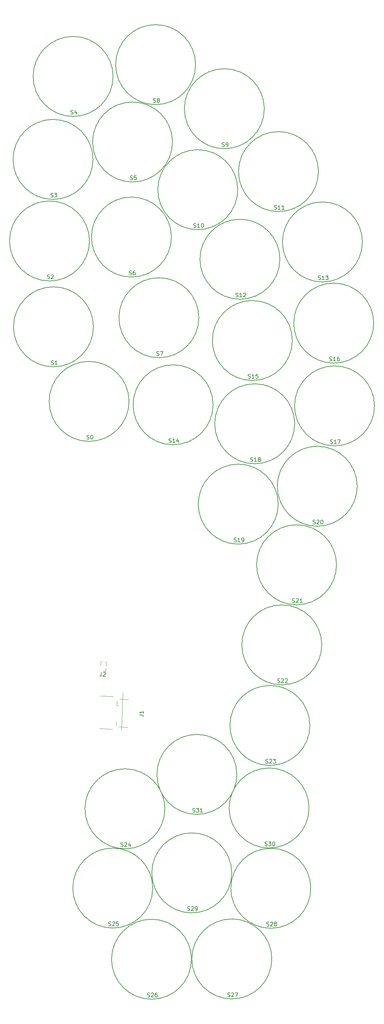
<source format=gto>
G04 #@! TF.GenerationSoftware,KiCad,Pcbnew,(5.0.0)*
G04 #@! TF.CreationDate,2020-01-29T13:42:56+01:00*
G04 #@! TF.ProjectId,Insole_PCB,496E736F6C655F5043422E6B69636164,rev?*
G04 #@! TF.SameCoordinates,Original*
G04 #@! TF.FileFunction,Legend,Top*
G04 #@! TF.FilePolarity,Positive*
%FSLAX46Y46*%
G04 Gerber Fmt 4.6, Leading zero omitted, Abs format (unit mm)*
G04 Created by KiCad (PCBNEW (5.0.0)) date 01/29/20 13:42:56*
%MOMM*%
%LPD*%
G01*
G04 APERTURE LIST*
%ADD10C,0.120000*%
%ADD11C,0.010000*%
%ADD12C,0.200000*%
%ADD13C,0.150000*%
G04 APERTURE END LIST*
D10*
G04 #@! TO.C,J2*
X187504977Y-193592519D02*
X186811670Y-193544038D01*
X187552760Y-192909188D02*
X187504977Y-193592519D01*
X186300442Y-192134944D02*
X186213929Y-192128895D01*
X187600543Y-192225856D02*
X187514030Y-192219807D01*
X186213929Y-192128895D02*
X186274966Y-191256026D01*
X187600543Y-192225856D02*
X187661580Y-191352988D01*
X186574741Y-191276989D02*
X186274966Y-191256026D01*
X187661580Y-191352988D02*
X187361805Y-191332026D01*
D11*
G04 #@! TO.C,J1*
X191037937Y-200592742D02*
X193186628Y-200667776D01*
X190747161Y-207486794D02*
X192945821Y-207563573D01*
X191420560Y-208260767D02*
X191746871Y-198916462D01*
D10*
X186213577Y-199773875D02*
X189441609Y-199886601D01*
X190328814Y-201128320D02*
X190291123Y-202207662D01*
X190144672Y-206114932D02*
X190106980Y-207194274D01*
X185927401Y-207968880D02*
X189155433Y-208081606D01*
X190291123Y-202207662D02*
X190720861Y-202222669D01*
D12*
G04 #@! TO.C,S0*
X193346453Y-126120707D02*
G75*
G03X193346453Y-126120707I-10002000J0D01*
G01*
G04 #@! TO.C,S1*
X184431453Y-107470707D02*
G75*
G03X184431453Y-107470707I-10002000J0D01*
G01*
G04 #@! TO.C,S2*
X183446453Y-85995707D02*
G75*
G03X183446453Y-85995707I-10002000J0D01*
G01*
G04 #@! TO.C,S3*
X184321453Y-65595707D02*
G75*
G03X184321453Y-65595707I-10002000J0D01*
G01*
G04 #@! TO.C,S4*
X189346453Y-44845707D02*
G75*
G03X189346453Y-44845707I-10002000J0D01*
G01*
G04 #@! TO.C,S5*
X204221453Y-61245707D02*
G75*
G03X204221453Y-61245707I-10002000J0D01*
G01*
G04 #@! TO.C,S6*
X203946453Y-85020707D02*
G75*
G03X203946453Y-85020707I-10002000J0D01*
G01*
G04 #@! TO.C,S7*
X210821453Y-105195707D02*
G75*
G03X210821453Y-105195707I-10002000J0D01*
G01*
G04 #@! TO.C,S8*
X209996453Y-41895707D02*
G75*
G03X209996453Y-41895707I-10002000J0D01*
G01*
G04 #@! TO.C,S9*
X227196453Y-52920707D02*
G75*
G03X227196453Y-52920707I-10002000J0D01*
G01*
G04 #@! TO.C,S10*
X220546453Y-73170707D02*
G75*
G03X220546453Y-73170707I-10002000J0D01*
G01*
G04 #@! TO.C,S11*
X240746453Y-68645707D02*
G75*
G03X240746453Y-68645707I-10002000J0D01*
G01*
G04 #@! TO.C,S12*
X231096453Y-90570707D02*
G75*
G03X231096453Y-90570707I-10002000J0D01*
G01*
G04 #@! TO.C,S13*
X251746453Y-86245707D02*
G75*
G03X251746453Y-86245707I-10002000J0D01*
G01*
G04 #@! TO.C,S14*
X214371453Y-126970707D02*
G75*
G03X214371453Y-126970707I-10002000J0D01*
G01*
G04 #@! TO.C,S15*
X234196453Y-110895707D02*
G75*
G03X234196453Y-110895707I-10002000J0D01*
G01*
G04 #@! TO.C,S16*
X254571453Y-106545707D02*
G75*
G03X254571453Y-106545707I-10002000J0D01*
G01*
G04 #@! TO.C,S17*
X254771453Y-127245707D02*
G75*
G03X254771453Y-127245707I-10002000J0D01*
G01*
G04 #@! TO.C,S18*
X234796453Y-131720707D02*
G75*
G03X234796453Y-131720707I-10002000J0D01*
G01*
G04 #@! TO.C,S19*
X230671453Y-151820707D02*
G75*
G03X230671453Y-151820707I-10002000J0D01*
G01*
G04 #@! TO.C,S20*
X250446453Y-147345707D02*
G75*
G03X250446453Y-147345707I-10002000J0D01*
G01*
G04 #@! TO.C,S21*
X245271453Y-166995707D02*
G75*
G03X245271453Y-166995707I-10002000J0D01*
G01*
G04 #@! TO.C,S22*
X241571453Y-187020707D02*
G75*
G03X241571453Y-187020707I-10002000J0D01*
G01*
G04 #@! TO.C,S23*
X238596453Y-207170707D02*
G75*
G03X238596453Y-207170707I-10002000J0D01*
G01*
G04 #@! TO.C,S24*
X202321453Y-228020707D02*
G75*
G03X202321453Y-228020707I-10002000J0D01*
G01*
G04 #@! TO.C,S25*
X199271453Y-247845707D02*
G75*
G03X199271453Y-247845707I-10002000J0D01*
G01*
G04 #@! TO.C,S26*
X208971453Y-265645707D02*
G75*
G03X208971453Y-265645707I-10002000J0D01*
G01*
G04 #@! TO.C,S27*
X229071453Y-265570707D02*
G75*
G03X229071453Y-265570707I-10002000J0D01*
G01*
G04 #@! TO.C,S28*
X238821453Y-247895707D02*
G75*
G03X238821453Y-247895707I-10002000J0D01*
G01*
G04 #@! TO.C,S29*
X219046453Y-244045707D02*
G75*
G03X219046453Y-244045707I-10002000J0D01*
G01*
G04 #@! TO.C,S30*
X238396453Y-227820707D02*
G75*
G03X238396453Y-227820707I-10002000J0D01*
G01*
G04 #@! TO.C,S31*
X220321453Y-219420707D02*
G75*
G03X220321453Y-219420707I-10002000J0D01*
G01*
G04 #@! TO.C,J2*
D13*
X186456311Y-193847369D02*
X186406485Y-194559915D01*
X186349017Y-194699102D01*
X186247367Y-194787465D01*
X186101536Y-194825003D01*
X186006530Y-194818359D01*
X186877195Y-193972271D02*
X186928020Y-193928090D01*
X187026348Y-193887230D01*
X187263863Y-193903839D01*
X187355547Y-193957985D01*
X187399729Y-194008810D01*
X187440588Y-194107138D01*
X187433945Y-194202144D01*
X187376476Y-194341331D01*
X186766579Y-194871507D01*
X187384119Y-194914690D01*
G04 #@! TO.C,J1*
X195905234Y-204548351D02*
X196619084Y-204573279D01*
X196760193Y-204625855D01*
X196852049Y-204724359D01*
X196894653Y-204868791D01*
X196891330Y-204963971D01*
X196939524Y-203583860D02*
X196919582Y-204154940D01*
X196929553Y-203869400D02*
X195930162Y-203834501D01*
X196069608Y-203934666D01*
X196161465Y-204033170D01*
X196205731Y-204130012D01*
G04 #@! TO.C,S0*
X182782548Y-135525468D02*
X182925405Y-135573087D01*
X183163500Y-135573087D01*
X183258738Y-135525468D01*
X183306357Y-135477849D01*
X183353976Y-135382611D01*
X183353976Y-135287373D01*
X183306357Y-135192135D01*
X183258738Y-135144516D01*
X183163500Y-135096897D01*
X182973024Y-135049278D01*
X182877786Y-135001659D01*
X182830167Y-134954040D01*
X182782548Y-134858802D01*
X182782548Y-134763564D01*
X182830167Y-134668326D01*
X182877786Y-134620707D01*
X182973024Y-134573087D01*
X183211119Y-134573087D01*
X183353976Y-134620707D01*
X183973024Y-134573087D02*
X184068262Y-134573087D01*
X184163500Y-134620707D01*
X184211119Y-134668326D01*
X184258738Y-134763564D01*
X184306357Y-134954040D01*
X184306357Y-135192135D01*
X184258738Y-135382611D01*
X184211119Y-135477849D01*
X184163500Y-135525468D01*
X184068262Y-135573087D01*
X183973024Y-135573087D01*
X183877786Y-135525468D01*
X183830167Y-135477849D01*
X183782548Y-135382611D01*
X183734929Y-135192135D01*
X183734929Y-134954040D01*
X183782548Y-134763564D01*
X183830167Y-134668326D01*
X183877786Y-134620707D01*
X183973024Y-134573087D01*
G04 #@! TO.C,S1*
X173867548Y-116875468D02*
X174010405Y-116923087D01*
X174248500Y-116923087D01*
X174343738Y-116875468D01*
X174391357Y-116827849D01*
X174438976Y-116732611D01*
X174438976Y-116637373D01*
X174391357Y-116542135D01*
X174343738Y-116494516D01*
X174248500Y-116446897D01*
X174058024Y-116399278D01*
X173962786Y-116351659D01*
X173915167Y-116304040D01*
X173867548Y-116208802D01*
X173867548Y-116113564D01*
X173915167Y-116018326D01*
X173962786Y-115970707D01*
X174058024Y-115923087D01*
X174296119Y-115923087D01*
X174438976Y-115970707D01*
X175391357Y-116923087D02*
X174819929Y-116923087D01*
X175105643Y-116923087D02*
X175105643Y-115923087D01*
X175010405Y-116065945D01*
X174915167Y-116161183D01*
X174819929Y-116208802D01*
G04 #@! TO.C,S2*
X172882548Y-95400468D02*
X173025405Y-95448087D01*
X173263500Y-95448087D01*
X173358738Y-95400468D01*
X173406357Y-95352849D01*
X173453976Y-95257611D01*
X173453976Y-95162373D01*
X173406357Y-95067135D01*
X173358738Y-95019516D01*
X173263500Y-94971897D01*
X173073024Y-94924278D01*
X172977786Y-94876659D01*
X172930167Y-94829040D01*
X172882548Y-94733802D01*
X172882548Y-94638564D01*
X172930167Y-94543326D01*
X172977786Y-94495707D01*
X173073024Y-94448087D01*
X173311119Y-94448087D01*
X173453976Y-94495707D01*
X173834929Y-94543326D02*
X173882548Y-94495707D01*
X173977786Y-94448087D01*
X174215881Y-94448087D01*
X174311119Y-94495707D01*
X174358738Y-94543326D01*
X174406357Y-94638564D01*
X174406357Y-94733802D01*
X174358738Y-94876659D01*
X173787310Y-95448087D01*
X174406357Y-95448087D01*
G04 #@! TO.C,S3*
X173757548Y-75000468D02*
X173900405Y-75048087D01*
X174138500Y-75048087D01*
X174233738Y-75000468D01*
X174281357Y-74952849D01*
X174328976Y-74857611D01*
X174328976Y-74762373D01*
X174281357Y-74667135D01*
X174233738Y-74619516D01*
X174138500Y-74571897D01*
X173948024Y-74524278D01*
X173852786Y-74476659D01*
X173805167Y-74429040D01*
X173757548Y-74333802D01*
X173757548Y-74238564D01*
X173805167Y-74143326D01*
X173852786Y-74095707D01*
X173948024Y-74048087D01*
X174186119Y-74048087D01*
X174328976Y-74095707D01*
X174662310Y-74048087D02*
X175281357Y-74048087D01*
X174948024Y-74429040D01*
X175090881Y-74429040D01*
X175186119Y-74476659D01*
X175233738Y-74524278D01*
X175281357Y-74619516D01*
X175281357Y-74857611D01*
X175233738Y-74952849D01*
X175186119Y-75000468D01*
X175090881Y-75048087D01*
X174805167Y-75048087D01*
X174709929Y-75000468D01*
X174662310Y-74952849D01*
G04 #@! TO.C,S4*
X178782548Y-54250468D02*
X178925405Y-54298087D01*
X179163500Y-54298087D01*
X179258738Y-54250468D01*
X179306357Y-54202849D01*
X179353976Y-54107611D01*
X179353976Y-54012373D01*
X179306357Y-53917135D01*
X179258738Y-53869516D01*
X179163500Y-53821897D01*
X178973024Y-53774278D01*
X178877786Y-53726659D01*
X178830167Y-53679040D01*
X178782548Y-53583802D01*
X178782548Y-53488564D01*
X178830167Y-53393326D01*
X178877786Y-53345707D01*
X178973024Y-53298087D01*
X179211119Y-53298087D01*
X179353976Y-53345707D01*
X180211119Y-53631421D02*
X180211119Y-54298087D01*
X179973024Y-53250468D02*
X179734929Y-53964754D01*
X180353976Y-53964754D01*
G04 #@! TO.C,S5*
X193657548Y-70650468D02*
X193800405Y-70698087D01*
X194038500Y-70698087D01*
X194133738Y-70650468D01*
X194181357Y-70602849D01*
X194228976Y-70507611D01*
X194228976Y-70412373D01*
X194181357Y-70317135D01*
X194133738Y-70269516D01*
X194038500Y-70221897D01*
X193848024Y-70174278D01*
X193752786Y-70126659D01*
X193705167Y-70079040D01*
X193657548Y-69983802D01*
X193657548Y-69888564D01*
X193705167Y-69793326D01*
X193752786Y-69745707D01*
X193848024Y-69698087D01*
X194086119Y-69698087D01*
X194228976Y-69745707D01*
X195133738Y-69698087D02*
X194657548Y-69698087D01*
X194609929Y-70174278D01*
X194657548Y-70126659D01*
X194752786Y-70079040D01*
X194990881Y-70079040D01*
X195086119Y-70126659D01*
X195133738Y-70174278D01*
X195181357Y-70269516D01*
X195181357Y-70507611D01*
X195133738Y-70602849D01*
X195086119Y-70650468D01*
X194990881Y-70698087D01*
X194752786Y-70698087D01*
X194657548Y-70650468D01*
X194609929Y-70602849D01*
G04 #@! TO.C,S6*
X193382548Y-94425468D02*
X193525405Y-94473087D01*
X193763500Y-94473087D01*
X193858738Y-94425468D01*
X193906357Y-94377849D01*
X193953976Y-94282611D01*
X193953976Y-94187373D01*
X193906357Y-94092135D01*
X193858738Y-94044516D01*
X193763500Y-93996897D01*
X193573024Y-93949278D01*
X193477786Y-93901659D01*
X193430167Y-93854040D01*
X193382548Y-93758802D01*
X193382548Y-93663564D01*
X193430167Y-93568326D01*
X193477786Y-93520707D01*
X193573024Y-93473087D01*
X193811119Y-93473087D01*
X193953976Y-93520707D01*
X194811119Y-93473087D02*
X194620643Y-93473087D01*
X194525405Y-93520707D01*
X194477786Y-93568326D01*
X194382548Y-93711183D01*
X194334929Y-93901659D01*
X194334929Y-94282611D01*
X194382548Y-94377849D01*
X194430167Y-94425468D01*
X194525405Y-94473087D01*
X194715881Y-94473087D01*
X194811119Y-94425468D01*
X194858738Y-94377849D01*
X194906357Y-94282611D01*
X194906357Y-94044516D01*
X194858738Y-93949278D01*
X194811119Y-93901659D01*
X194715881Y-93854040D01*
X194525405Y-93854040D01*
X194430167Y-93901659D01*
X194382548Y-93949278D01*
X194334929Y-94044516D01*
G04 #@! TO.C,S7*
X200257548Y-114600468D02*
X200400405Y-114648087D01*
X200638500Y-114648087D01*
X200733738Y-114600468D01*
X200781357Y-114552849D01*
X200828976Y-114457611D01*
X200828976Y-114362373D01*
X200781357Y-114267135D01*
X200733738Y-114219516D01*
X200638500Y-114171897D01*
X200448024Y-114124278D01*
X200352786Y-114076659D01*
X200305167Y-114029040D01*
X200257548Y-113933802D01*
X200257548Y-113838564D01*
X200305167Y-113743326D01*
X200352786Y-113695707D01*
X200448024Y-113648087D01*
X200686119Y-113648087D01*
X200828976Y-113695707D01*
X201162310Y-113648087D02*
X201828976Y-113648087D01*
X201400405Y-114648087D01*
G04 #@! TO.C,S8*
X199432548Y-51300468D02*
X199575405Y-51348087D01*
X199813500Y-51348087D01*
X199908738Y-51300468D01*
X199956357Y-51252849D01*
X200003976Y-51157611D01*
X200003976Y-51062373D01*
X199956357Y-50967135D01*
X199908738Y-50919516D01*
X199813500Y-50871897D01*
X199623024Y-50824278D01*
X199527786Y-50776659D01*
X199480167Y-50729040D01*
X199432548Y-50633802D01*
X199432548Y-50538564D01*
X199480167Y-50443326D01*
X199527786Y-50395707D01*
X199623024Y-50348087D01*
X199861119Y-50348087D01*
X200003976Y-50395707D01*
X200575405Y-50776659D02*
X200480167Y-50729040D01*
X200432548Y-50681421D01*
X200384929Y-50586183D01*
X200384929Y-50538564D01*
X200432548Y-50443326D01*
X200480167Y-50395707D01*
X200575405Y-50348087D01*
X200765881Y-50348087D01*
X200861119Y-50395707D01*
X200908738Y-50443326D01*
X200956357Y-50538564D01*
X200956357Y-50586183D01*
X200908738Y-50681421D01*
X200861119Y-50729040D01*
X200765881Y-50776659D01*
X200575405Y-50776659D01*
X200480167Y-50824278D01*
X200432548Y-50871897D01*
X200384929Y-50967135D01*
X200384929Y-51157611D01*
X200432548Y-51252849D01*
X200480167Y-51300468D01*
X200575405Y-51348087D01*
X200765881Y-51348087D01*
X200861119Y-51300468D01*
X200908738Y-51252849D01*
X200956357Y-51157611D01*
X200956357Y-50967135D01*
X200908738Y-50871897D01*
X200861119Y-50824278D01*
X200765881Y-50776659D01*
G04 #@! TO.C,S9*
X216632548Y-62325468D02*
X216775405Y-62373087D01*
X217013500Y-62373087D01*
X217108738Y-62325468D01*
X217156357Y-62277849D01*
X217203976Y-62182611D01*
X217203976Y-62087373D01*
X217156357Y-61992135D01*
X217108738Y-61944516D01*
X217013500Y-61896897D01*
X216823024Y-61849278D01*
X216727786Y-61801659D01*
X216680167Y-61754040D01*
X216632548Y-61658802D01*
X216632548Y-61563564D01*
X216680167Y-61468326D01*
X216727786Y-61420707D01*
X216823024Y-61373087D01*
X217061119Y-61373087D01*
X217203976Y-61420707D01*
X217680167Y-62373087D02*
X217870643Y-62373087D01*
X217965881Y-62325468D01*
X218013500Y-62277849D01*
X218108738Y-62134992D01*
X218156357Y-61944516D01*
X218156357Y-61563564D01*
X218108738Y-61468326D01*
X218061119Y-61420707D01*
X217965881Y-61373087D01*
X217775405Y-61373087D01*
X217680167Y-61420707D01*
X217632548Y-61468326D01*
X217584929Y-61563564D01*
X217584929Y-61801659D01*
X217632548Y-61896897D01*
X217680167Y-61944516D01*
X217775405Y-61992135D01*
X217965881Y-61992135D01*
X218061119Y-61944516D01*
X218108738Y-61896897D01*
X218156357Y-61801659D01*
G04 #@! TO.C,S10*
X209506357Y-82575468D02*
X209649214Y-82623087D01*
X209887310Y-82623087D01*
X209982548Y-82575468D01*
X210030167Y-82527849D01*
X210077786Y-82432611D01*
X210077786Y-82337373D01*
X210030167Y-82242135D01*
X209982548Y-82194516D01*
X209887310Y-82146897D01*
X209696833Y-82099278D01*
X209601595Y-82051659D01*
X209553976Y-82004040D01*
X209506357Y-81908802D01*
X209506357Y-81813564D01*
X209553976Y-81718326D01*
X209601595Y-81670707D01*
X209696833Y-81623087D01*
X209934929Y-81623087D01*
X210077786Y-81670707D01*
X211030167Y-82623087D02*
X210458738Y-82623087D01*
X210744453Y-82623087D02*
X210744453Y-81623087D01*
X210649214Y-81765945D01*
X210553976Y-81861183D01*
X210458738Y-81908802D01*
X211649214Y-81623087D02*
X211744453Y-81623087D01*
X211839691Y-81670707D01*
X211887310Y-81718326D01*
X211934929Y-81813564D01*
X211982548Y-82004040D01*
X211982548Y-82242135D01*
X211934929Y-82432611D01*
X211887310Y-82527849D01*
X211839691Y-82575468D01*
X211744453Y-82623087D01*
X211649214Y-82623087D01*
X211553976Y-82575468D01*
X211506357Y-82527849D01*
X211458738Y-82432611D01*
X211411119Y-82242135D01*
X211411119Y-82004040D01*
X211458738Y-81813564D01*
X211506357Y-81718326D01*
X211553976Y-81670707D01*
X211649214Y-81623087D01*
G04 #@! TO.C,S11*
X229706357Y-78050468D02*
X229849214Y-78098087D01*
X230087310Y-78098087D01*
X230182548Y-78050468D01*
X230230167Y-78002849D01*
X230277786Y-77907611D01*
X230277786Y-77812373D01*
X230230167Y-77717135D01*
X230182548Y-77669516D01*
X230087310Y-77621897D01*
X229896833Y-77574278D01*
X229801595Y-77526659D01*
X229753976Y-77479040D01*
X229706357Y-77383802D01*
X229706357Y-77288564D01*
X229753976Y-77193326D01*
X229801595Y-77145707D01*
X229896833Y-77098087D01*
X230134929Y-77098087D01*
X230277786Y-77145707D01*
X231230167Y-78098087D02*
X230658738Y-78098087D01*
X230944453Y-78098087D02*
X230944453Y-77098087D01*
X230849214Y-77240945D01*
X230753976Y-77336183D01*
X230658738Y-77383802D01*
X232182548Y-78098087D02*
X231611119Y-78098087D01*
X231896833Y-78098087D02*
X231896833Y-77098087D01*
X231801595Y-77240945D01*
X231706357Y-77336183D01*
X231611119Y-77383802D01*
G04 #@! TO.C,S12*
X220056357Y-99975468D02*
X220199214Y-100023087D01*
X220437310Y-100023087D01*
X220532548Y-99975468D01*
X220580167Y-99927849D01*
X220627786Y-99832611D01*
X220627786Y-99737373D01*
X220580167Y-99642135D01*
X220532548Y-99594516D01*
X220437310Y-99546897D01*
X220246833Y-99499278D01*
X220151595Y-99451659D01*
X220103976Y-99404040D01*
X220056357Y-99308802D01*
X220056357Y-99213564D01*
X220103976Y-99118326D01*
X220151595Y-99070707D01*
X220246833Y-99023087D01*
X220484929Y-99023087D01*
X220627786Y-99070707D01*
X221580167Y-100023087D02*
X221008738Y-100023087D01*
X221294453Y-100023087D02*
X221294453Y-99023087D01*
X221199214Y-99165945D01*
X221103976Y-99261183D01*
X221008738Y-99308802D01*
X221961119Y-99118326D02*
X222008738Y-99070707D01*
X222103976Y-99023087D01*
X222342072Y-99023087D01*
X222437310Y-99070707D01*
X222484929Y-99118326D01*
X222532548Y-99213564D01*
X222532548Y-99308802D01*
X222484929Y-99451659D01*
X221913500Y-100023087D01*
X222532548Y-100023087D01*
G04 #@! TO.C,S13*
X240706357Y-95650468D02*
X240849214Y-95698087D01*
X241087310Y-95698087D01*
X241182548Y-95650468D01*
X241230167Y-95602849D01*
X241277786Y-95507611D01*
X241277786Y-95412373D01*
X241230167Y-95317135D01*
X241182548Y-95269516D01*
X241087310Y-95221897D01*
X240896833Y-95174278D01*
X240801595Y-95126659D01*
X240753976Y-95079040D01*
X240706357Y-94983802D01*
X240706357Y-94888564D01*
X240753976Y-94793326D01*
X240801595Y-94745707D01*
X240896833Y-94698087D01*
X241134929Y-94698087D01*
X241277786Y-94745707D01*
X242230167Y-95698087D02*
X241658738Y-95698087D01*
X241944453Y-95698087D02*
X241944453Y-94698087D01*
X241849214Y-94840945D01*
X241753976Y-94936183D01*
X241658738Y-94983802D01*
X242563500Y-94698087D02*
X243182548Y-94698087D01*
X242849214Y-95079040D01*
X242992072Y-95079040D01*
X243087310Y-95126659D01*
X243134929Y-95174278D01*
X243182548Y-95269516D01*
X243182548Y-95507611D01*
X243134929Y-95602849D01*
X243087310Y-95650468D01*
X242992072Y-95698087D01*
X242706357Y-95698087D01*
X242611119Y-95650468D01*
X242563500Y-95602849D01*
G04 #@! TO.C,S14*
X203331357Y-136375468D02*
X203474214Y-136423087D01*
X203712310Y-136423087D01*
X203807548Y-136375468D01*
X203855167Y-136327849D01*
X203902786Y-136232611D01*
X203902786Y-136137373D01*
X203855167Y-136042135D01*
X203807548Y-135994516D01*
X203712310Y-135946897D01*
X203521833Y-135899278D01*
X203426595Y-135851659D01*
X203378976Y-135804040D01*
X203331357Y-135708802D01*
X203331357Y-135613564D01*
X203378976Y-135518326D01*
X203426595Y-135470707D01*
X203521833Y-135423087D01*
X203759929Y-135423087D01*
X203902786Y-135470707D01*
X204855167Y-136423087D02*
X204283738Y-136423087D01*
X204569453Y-136423087D02*
X204569453Y-135423087D01*
X204474214Y-135565945D01*
X204378976Y-135661183D01*
X204283738Y-135708802D01*
X205712310Y-135756421D02*
X205712310Y-136423087D01*
X205474214Y-135375468D02*
X205236119Y-136089754D01*
X205855167Y-136089754D01*
G04 #@! TO.C,S15*
X223156357Y-120300468D02*
X223299214Y-120348087D01*
X223537310Y-120348087D01*
X223632548Y-120300468D01*
X223680167Y-120252849D01*
X223727786Y-120157611D01*
X223727786Y-120062373D01*
X223680167Y-119967135D01*
X223632548Y-119919516D01*
X223537310Y-119871897D01*
X223346833Y-119824278D01*
X223251595Y-119776659D01*
X223203976Y-119729040D01*
X223156357Y-119633802D01*
X223156357Y-119538564D01*
X223203976Y-119443326D01*
X223251595Y-119395707D01*
X223346833Y-119348087D01*
X223584929Y-119348087D01*
X223727786Y-119395707D01*
X224680167Y-120348087D02*
X224108738Y-120348087D01*
X224394453Y-120348087D02*
X224394453Y-119348087D01*
X224299214Y-119490945D01*
X224203976Y-119586183D01*
X224108738Y-119633802D01*
X225584929Y-119348087D02*
X225108738Y-119348087D01*
X225061119Y-119824278D01*
X225108738Y-119776659D01*
X225203976Y-119729040D01*
X225442072Y-119729040D01*
X225537310Y-119776659D01*
X225584929Y-119824278D01*
X225632548Y-119919516D01*
X225632548Y-120157611D01*
X225584929Y-120252849D01*
X225537310Y-120300468D01*
X225442072Y-120348087D01*
X225203976Y-120348087D01*
X225108738Y-120300468D01*
X225061119Y-120252849D01*
G04 #@! TO.C,S16*
X243531357Y-115950468D02*
X243674214Y-115998087D01*
X243912310Y-115998087D01*
X244007548Y-115950468D01*
X244055167Y-115902849D01*
X244102786Y-115807611D01*
X244102786Y-115712373D01*
X244055167Y-115617135D01*
X244007548Y-115569516D01*
X243912310Y-115521897D01*
X243721833Y-115474278D01*
X243626595Y-115426659D01*
X243578976Y-115379040D01*
X243531357Y-115283802D01*
X243531357Y-115188564D01*
X243578976Y-115093326D01*
X243626595Y-115045707D01*
X243721833Y-114998087D01*
X243959929Y-114998087D01*
X244102786Y-115045707D01*
X245055167Y-115998087D02*
X244483738Y-115998087D01*
X244769453Y-115998087D02*
X244769453Y-114998087D01*
X244674214Y-115140945D01*
X244578976Y-115236183D01*
X244483738Y-115283802D01*
X245912310Y-114998087D02*
X245721833Y-114998087D01*
X245626595Y-115045707D01*
X245578976Y-115093326D01*
X245483738Y-115236183D01*
X245436119Y-115426659D01*
X245436119Y-115807611D01*
X245483738Y-115902849D01*
X245531357Y-115950468D01*
X245626595Y-115998087D01*
X245817072Y-115998087D01*
X245912310Y-115950468D01*
X245959929Y-115902849D01*
X246007548Y-115807611D01*
X246007548Y-115569516D01*
X245959929Y-115474278D01*
X245912310Y-115426659D01*
X245817072Y-115379040D01*
X245626595Y-115379040D01*
X245531357Y-115426659D01*
X245483738Y-115474278D01*
X245436119Y-115569516D01*
G04 #@! TO.C,S17*
X243731357Y-136650468D02*
X243874214Y-136698087D01*
X244112310Y-136698087D01*
X244207548Y-136650468D01*
X244255167Y-136602849D01*
X244302786Y-136507611D01*
X244302786Y-136412373D01*
X244255167Y-136317135D01*
X244207548Y-136269516D01*
X244112310Y-136221897D01*
X243921833Y-136174278D01*
X243826595Y-136126659D01*
X243778976Y-136079040D01*
X243731357Y-135983802D01*
X243731357Y-135888564D01*
X243778976Y-135793326D01*
X243826595Y-135745707D01*
X243921833Y-135698087D01*
X244159929Y-135698087D01*
X244302786Y-135745707D01*
X245255167Y-136698087D02*
X244683738Y-136698087D01*
X244969453Y-136698087D02*
X244969453Y-135698087D01*
X244874214Y-135840945D01*
X244778976Y-135936183D01*
X244683738Y-135983802D01*
X245588500Y-135698087D02*
X246255167Y-135698087D01*
X245826595Y-136698087D01*
G04 #@! TO.C,S18*
X223756357Y-141125468D02*
X223899214Y-141173087D01*
X224137310Y-141173087D01*
X224232548Y-141125468D01*
X224280167Y-141077849D01*
X224327786Y-140982611D01*
X224327786Y-140887373D01*
X224280167Y-140792135D01*
X224232548Y-140744516D01*
X224137310Y-140696897D01*
X223946833Y-140649278D01*
X223851595Y-140601659D01*
X223803976Y-140554040D01*
X223756357Y-140458802D01*
X223756357Y-140363564D01*
X223803976Y-140268326D01*
X223851595Y-140220707D01*
X223946833Y-140173087D01*
X224184929Y-140173087D01*
X224327786Y-140220707D01*
X225280167Y-141173087D02*
X224708738Y-141173087D01*
X224994453Y-141173087D02*
X224994453Y-140173087D01*
X224899214Y-140315945D01*
X224803976Y-140411183D01*
X224708738Y-140458802D01*
X225851595Y-140601659D02*
X225756357Y-140554040D01*
X225708738Y-140506421D01*
X225661119Y-140411183D01*
X225661119Y-140363564D01*
X225708738Y-140268326D01*
X225756357Y-140220707D01*
X225851595Y-140173087D01*
X226042072Y-140173087D01*
X226137310Y-140220707D01*
X226184929Y-140268326D01*
X226232548Y-140363564D01*
X226232548Y-140411183D01*
X226184929Y-140506421D01*
X226137310Y-140554040D01*
X226042072Y-140601659D01*
X225851595Y-140601659D01*
X225756357Y-140649278D01*
X225708738Y-140696897D01*
X225661119Y-140792135D01*
X225661119Y-140982611D01*
X225708738Y-141077849D01*
X225756357Y-141125468D01*
X225851595Y-141173087D01*
X226042072Y-141173087D01*
X226137310Y-141125468D01*
X226184929Y-141077849D01*
X226232548Y-140982611D01*
X226232548Y-140792135D01*
X226184929Y-140696897D01*
X226137310Y-140649278D01*
X226042072Y-140601659D01*
G04 #@! TO.C,S19*
X219631357Y-161225468D02*
X219774214Y-161273087D01*
X220012310Y-161273087D01*
X220107548Y-161225468D01*
X220155167Y-161177849D01*
X220202786Y-161082611D01*
X220202786Y-160987373D01*
X220155167Y-160892135D01*
X220107548Y-160844516D01*
X220012310Y-160796897D01*
X219821833Y-160749278D01*
X219726595Y-160701659D01*
X219678976Y-160654040D01*
X219631357Y-160558802D01*
X219631357Y-160463564D01*
X219678976Y-160368326D01*
X219726595Y-160320707D01*
X219821833Y-160273087D01*
X220059929Y-160273087D01*
X220202786Y-160320707D01*
X221155167Y-161273087D02*
X220583738Y-161273087D01*
X220869453Y-161273087D02*
X220869453Y-160273087D01*
X220774214Y-160415945D01*
X220678976Y-160511183D01*
X220583738Y-160558802D01*
X221631357Y-161273087D02*
X221821833Y-161273087D01*
X221917072Y-161225468D01*
X221964691Y-161177849D01*
X222059929Y-161034992D01*
X222107548Y-160844516D01*
X222107548Y-160463564D01*
X222059929Y-160368326D01*
X222012310Y-160320707D01*
X221917072Y-160273087D01*
X221726595Y-160273087D01*
X221631357Y-160320707D01*
X221583738Y-160368326D01*
X221536119Y-160463564D01*
X221536119Y-160701659D01*
X221583738Y-160796897D01*
X221631357Y-160844516D01*
X221726595Y-160892135D01*
X221917072Y-160892135D01*
X222012310Y-160844516D01*
X222059929Y-160796897D01*
X222107548Y-160701659D01*
G04 #@! TO.C,S20*
X239406357Y-156750468D02*
X239549214Y-156798087D01*
X239787310Y-156798087D01*
X239882548Y-156750468D01*
X239930167Y-156702849D01*
X239977786Y-156607611D01*
X239977786Y-156512373D01*
X239930167Y-156417135D01*
X239882548Y-156369516D01*
X239787310Y-156321897D01*
X239596833Y-156274278D01*
X239501595Y-156226659D01*
X239453976Y-156179040D01*
X239406357Y-156083802D01*
X239406357Y-155988564D01*
X239453976Y-155893326D01*
X239501595Y-155845707D01*
X239596833Y-155798087D01*
X239834929Y-155798087D01*
X239977786Y-155845707D01*
X240358738Y-155893326D02*
X240406357Y-155845707D01*
X240501595Y-155798087D01*
X240739691Y-155798087D01*
X240834929Y-155845707D01*
X240882548Y-155893326D01*
X240930167Y-155988564D01*
X240930167Y-156083802D01*
X240882548Y-156226659D01*
X240311119Y-156798087D01*
X240930167Y-156798087D01*
X241549214Y-155798087D02*
X241644453Y-155798087D01*
X241739691Y-155845707D01*
X241787310Y-155893326D01*
X241834929Y-155988564D01*
X241882548Y-156179040D01*
X241882548Y-156417135D01*
X241834929Y-156607611D01*
X241787310Y-156702849D01*
X241739691Y-156750468D01*
X241644453Y-156798087D01*
X241549214Y-156798087D01*
X241453976Y-156750468D01*
X241406357Y-156702849D01*
X241358738Y-156607611D01*
X241311119Y-156417135D01*
X241311119Y-156179040D01*
X241358738Y-155988564D01*
X241406357Y-155893326D01*
X241453976Y-155845707D01*
X241549214Y-155798087D01*
G04 #@! TO.C,S21*
X234231357Y-176400468D02*
X234374214Y-176448087D01*
X234612310Y-176448087D01*
X234707548Y-176400468D01*
X234755167Y-176352849D01*
X234802786Y-176257611D01*
X234802786Y-176162373D01*
X234755167Y-176067135D01*
X234707548Y-176019516D01*
X234612310Y-175971897D01*
X234421833Y-175924278D01*
X234326595Y-175876659D01*
X234278976Y-175829040D01*
X234231357Y-175733802D01*
X234231357Y-175638564D01*
X234278976Y-175543326D01*
X234326595Y-175495707D01*
X234421833Y-175448087D01*
X234659929Y-175448087D01*
X234802786Y-175495707D01*
X235183738Y-175543326D02*
X235231357Y-175495707D01*
X235326595Y-175448087D01*
X235564691Y-175448087D01*
X235659929Y-175495707D01*
X235707548Y-175543326D01*
X235755167Y-175638564D01*
X235755167Y-175733802D01*
X235707548Y-175876659D01*
X235136119Y-176448087D01*
X235755167Y-176448087D01*
X236707548Y-176448087D02*
X236136119Y-176448087D01*
X236421833Y-176448087D02*
X236421833Y-175448087D01*
X236326595Y-175590945D01*
X236231357Y-175686183D01*
X236136119Y-175733802D01*
G04 #@! TO.C,S22*
X230531357Y-196425468D02*
X230674214Y-196473087D01*
X230912310Y-196473087D01*
X231007548Y-196425468D01*
X231055167Y-196377849D01*
X231102786Y-196282611D01*
X231102786Y-196187373D01*
X231055167Y-196092135D01*
X231007548Y-196044516D01*
X230912310Y-195996897D01*
X230721833Y-195949278D01*
X230626595Y-195901659D01*
X230578976Y-195854040D01*
X230531357Y-195758802D01*
X230531357Y-195663564D01*
X230578976Y-195568326D01*
X230626595Y-195520707D01*
X230721833Y-195473087D01*
X230959929Y-195473087D01*
X231102786Y-195520707D01*
X231483738Y-195568326D02*
X231531357Y-195520707D01*
X231626595Y-195473087D01*
X231864691Y-195473087D01*
X231959929Y-195520707D01*
X232007548Y-195568326D01*
X232055167Y-195663564D01*
X232055167Y-195758802D01*
X232007548Y-195901659D01*
X231436119Y-196473087D01*
X232055167Y-196473087D01*
X232436119Y-195568326D02*
X232483738Y-195520707D01*
X232578976Y-195473087D01*
X232817072Y-195473087D01*
X232912310Y-195520707D01*
X232959929Y-195568326D01*
X233007548Y-195663564D01*
X233007548Y-195758802D01*
X232959929Y-195901659D01*
X232388500Y-196473087D01*
X233007548Y-196473087D01*
G04 #@! TO.C,S23*
X227556357Y-216575468D02*
X227699214Y-216623087D01*
X227937310Y-216623087D01*
X228032548Y-216575468D01*
X228080167Y-216527849D01*
X228127786Y-216432611D01*
X228127786Y-216337373D01*
X228080167Y-216242135D01*
X228032548Y-216194516D01*
X227937310Y-216146897D01*
X227746833Y-216099278D01*
X227651595Y-216051659D01*
X227603976Y-216004040D01*
X227556357Y-215908802D01*
X227556357Y-215813564D01*
X227603976Y-215718326D01*
X227651595Y-215670707D01*
X227746833Y-215623087D01*
X227984929Y-215623087D01*
X228127786Y-215670707D01*
X228508738Y-215718326D02*
X228556357Y-215670707D01*
X228651595Y-215623087D01*
X228889691Y-215623087D01*
X228984929Y-215670707D01*
X229032548Y-215718326D01*
X229080167Y-215813564D01*
X229080167Y-215908802D01*
X229032548Y-216051659D01*
X228461119Y-216623087D01*
X229080167Y-216623087D01*
X229413500Y-215623087D02*
X230032548Y-215623087D01*
X229699214Y-216004040D01*
X229842072Y-216004040D01*
X229937310Y-216051659D01*
X229984929Y-216099278D01*
X230032548Y-216194516D01*
X230032548Y-216432611D01*
X229984929Y-216527849D01*
X229937310Y-216575468D01*
X229842072Y-216623087D01*
X229556357Y-216623087D01*
X229461119Y-216575468D01*
X229413500Y-216527849D01*
G04 #@! TO.C,S24*
X191281357Y-237425468D02*
X191424214Y-237473087D01*
X191662310Y-237473087D01*
X191757548Y-237425468D01*
X191805167Y-237377849D01*
X191852786Y-237282611D01*
X191852786Y-237187373D01*
X191805167Y-237092135D01*
X191757548Y-237044516D01*
X191662310Y-236996897D01*
X191471833Y-236949278D01*
X191376595Y-236901659D01*
X191328976Y-236854040D01*
X191281357Y-236758802D01*
X191281357Y-236663564D01*
X191328976Y-236568326D01*
X191376595Y-236520707D01*
X191471833Y-236473087D01*
X191709929Y-236473087D01*
X191852786Y-236520707D01*
X192233738Y-236568326D02*
X192281357Y-236520707D01*
X192376595Y-236473087D01*
X192614691Y-236473087D01*
X192709929Y-236520707D01*
X192757548Y-236568326D01*
X192805167Y-236663564D01*
X192805167Y-236758802D01*
X192757548Y-236901659D01*
X192186119Y-237473087D01*
X192805167Y-237473087D01*
X193662310Y-236806421D02*
X193662310Y-237473087D01*
X193424214Y-236425468D02*
X193186119Y-237139754D01*
X193805167Y-237139754D01*
G04 #@! TO.C,S25*
X188231357Y-257250468D02*
X188374214Y-257298087D01*
X188612310Y-257298087D01*
X188707548Y-257250468D01*
X188755167Y-257202849D01*
X188802786Y-257107611D01*
X188802786Y-257012373D01*
X188755167Y-256917135D01*
X188707548Y-256869516D01*
X188612310Y-256821897D01*
X188421833Y-256774278D01*
X188326595Y-256726659D01*
X188278976Y-256679040D01*
X188231357Y-256583802D01*
X188231357Y-256488564D01*
X188278976Y-256393326D01*
X188326595Y-256345707D01*
X188421833Y-256298087D01*
X188659929Y-256298087D01*
X188802786Y-256345707D01*
X189183738Y-256393326D02*
X189231357Y-256345707D01*
X189326595Y-256298087D01*
X189564691Y-256298087D01*
X189659929Y-256345707D01*
X189707548Y-256393326D01*
X189755167Y-256488564D01*
X189755167Y-256583802D01*
X189707548Y-256726659D01*
X189136119Y-257298087D01*
X189755167Y-257298087D01*
X190659929Y-256298087D02*
X190183738Y-256298087D01*
X190136119Y-256774278D01*
X190183738Y-256726659D01*
X190278976Y-256679040D01*
X190517072Y-256679040D01*
X190612310Y-256726659D01*
X190659929Y-256774278D01*
X190707548Y-256869516D01*
X190707548Y-257107611D01*
X190659929Y-257202849D01*
X190612310Y-257250468D01*
X190517072Y-257298087D01*
X190278976Y-257298087D01*
X190183738Y-257250468D01*
X190136119Y-257202849D01*
G04 #@! TO.C,S26*
X197931357Y-275050468D02*
X198074214Y-275098087D01*
X198312310Y-275098087D01*
X198407548Y-275050468D01*
X198455167Y-275002849D01*
X198502786Y-274907611D01*
X198502786Y-274812373D01*
X198455167Y-274717135D01*
X198407548Y-274669516D01*
X198312310Y-274621897D01*
X198121833Y-274574278D01*
X198026595Y-274526659D01*
X197978976Y-274479040D01*
X197931357Y-274383802D01*
X197931357Y-274288564D01*
X197978976Y-274193326D01*
X198026595Y-274145707D01*
X198121833Y-274098087D01*
X198359929Y-274098087D01*
X198502786Y-274145707D01*
X198883738Y-274193326D02*
X198931357Y-274145707D01*
X199026595Y-274098087D01*
X199264691Y-274098087D01*
X199359929Y-274145707D01*
X199407548Y-274193326D01*
X199455167Y-274288564D01*
X199455167Y-274383802D01*
X199407548Y-274526659D01*
X198836119Y-275098087D01*
X199455167Y-275098087D01*
X200312310Y-274098087D02*
X200121833Y-274098087D01*
X200026595Y-274145707D01*
X199978976Y-274193326D01*
X199883738Y-274336183D01*
X199836119Y-274526659D01*
X199836119Y-274907611D01*
X199883738Y-275002849D01*
X199931357Y-275050468D01*
X200026595Y-275098087D01*
X200217072Y-275098087D01*
X200312310Y-275050468D01*
X200359929Y-275002849D01*
X200407548Y-274907611D01*
X200407548Y-274669516D01*
X200359929Y-274574278D01*
X200312310Y-274526659D01*
X200217072Y-274479040D01*
X200026595Y-274479040D01*
X199931357Y-274526659D01*
X199883738Y-274574278D01*
X199836119Y-274669516D01*
G04 #@! TO.C,S27*
X218031357Y-274975468D02*
X218174214Y-275023087D01*
X218412310Y-275023087D01*
X218507548Y-274975468D01*
X218555167Y-274927849D01*
X218602786Y-274832611D01*
X218602786Y-274737373D01*
X218555167Y-274642135D01*
X218507548Y-274594516D01*
X218412310Y-274546897D01*
X218221833Y-274499278D01*
X218126595Y-274451659D01*
X218078976Y-274404040D01*
X218031357Y-274308802D01*
X218031357Y-274213564D01*
X218078976Y-274118326D01*
X218126595Y-274070707D01*
X218221833Y-274023087D01*
X218459929Y-274023087D01*
X218602786Y-274070707D01*
X218983738Y-274118326D02*
X219031357Y-274070707D01*
X219126595Y-274023087D01*
X219364691Y-274023087D01*
X219459929Y-274070707D01*
X219507548Y-274118326D01*
X219555167Y-274213564D01*
X219555167Y-274308802D01*
X219507548Y-274451659D01*
X218936119Y-275023087D01*
X219555167Y-275023087D01*
X219888500Y-274023087D02*
X220555167Y-274023087D01*
X220126595Y-275023087D01*
G04 #@! TO.C,S28*
X227781357Y-257300468D02*
X227924214Y-257348087D01*
X228162310Y-257348087D01*
X228257548Y-257300468D01*
X228305167Y-257252849D01*
X228352786Y-257157611D01*
X228352786Y-257062373D01*
X228305167Y-256967135D01*
X228257548Y-256919516D01*
X228162310Y-256871897D01*
X227971833Y-256824278D01*
X227876595Y-256776659D01*
X227828976Y-256729040D01*
X227781357Y-256633802D01*
X227781357Y-256538564D01*
X227828976Y-256443326D01*
X227876595Y-256395707D01*
X227971833Y-256348087D01*
X228209929Y-256348087D01*
X228352786Y-256395707D01*
X228733738Y-256443326D02*
X228781357Y-256395707D01*
X228876595Y-256348087D01*
X229114691Y-256348087D01*
X229209929Y-256395707D01*
X229257548Y-256443326D01*
X229305167Y-256538564D01*
X229305167Y-256633802D01*
X229257548Y-256776659D01*
X228686119Y-257348087D01*
X229305167Y-257348087D01*
X229876595Y-256776659D02*
X229781357Y-256729040D01*
X229733738Y-256681421D01*
X229686119Y-256586183D01*
X229686119Y-256538564D01*
X229733738Y-256443326D01*
X229781357Y-256395707D01*
X229876595Y-256348087D01*
X230067072Y-256348087D01*
X230162310Y-256395707D01*
X230209929Y-256443326D01*
X230257548Y-256538564D01*
X230257548Y-256586183D01*
X230209929Y-256681421D01*
X230162310Y-256729040D01*
X230067072Y-256776659D01*
X229876595Y-256776659D01*
X229781357Y-256824278D01*
X229733738Y-256871897D01*
X229686119Y-256967135D01*
X229686119Y-257157611D01*
X229733738Y-257252849D01*
X229781357Y-257300468D01*
X229876595Y-257348087D01*
X230067072Y-257348087D01*
X230162310Y-257300468D01*
X230209929Y-257252849D01*
X230257548Y-257157611D01*
X230257548Y-256967135D01*
X230209929Y-256871897D01*
X230162310Y-256824278D01*
X230067072Y-256776659D01*
G04 #@! TO.C,S29*
X208006357Y-253450468D02*
X208149214Y-253498087D01*
X208387310Y-253498087D01*
X208482548Y-253450468D01*
X208530167Y-253402849D01*
X208577786Y-253307611D01*
X208577786Y-253212373D01*
X208530167Y-253117135D01*
X208482548Y-253069516D01*
X208387310Y-253021897D01*
X208196833Y-252974278D01*
X208101595Y-252926659D01*
X208053976Y-252879040D01*
X208006357Y-252783802D01*
X208006357Y-252688564D01*
X208053976Y-252593326D01*
X208101595Y-252545707D01*
X208196833Y-252498087D01*
X208434929Y-252498087D01*
X208577786Y-252545707D01*
X208958738Y-252593326D02*
X209006357Y-252545707D01*
X209101595Y-252498087D01*
X209339691Y-252498087D01*
X209434929Y-252545707D01*
X209482548Y-252593326D01*
X209530167Y-252688564D01*
X209530167Y-252783802D01*
X209482548Y-252926659D01*
X208911119Y-253498087D01*
X209530167Y-253498087D01*
X210006357Y-253498087D02*
X210196833Y-253498087D01*
X210292072Y-253450468D01*
X210339691Y-253402849D01*
X210434929Y-253259992D01*
X210482548Y-253069516D01*
X210482548Y-252688564D01*
X210434929Y-252593326D01*
X210387310Y-252545707D01*
X210292072Y-252498087D01*
X210101595Y-252498087D01*
X210006357Y-252545707D01*
X209958738Y-252593326D01*
X209911119Y-252688564D01*
X209911119Y-252926659D01*
X209958738Y-253021897D01*
X210006357Y-253069516D01*
X210101595Y-253117135D01*
X210292072Y-253117135D01*
X210387310Y-253069516D01*
X210434929Y-253021897D01*
X210482548Y-252926659D01*
G04 #@! TO.C,S30*
X227356357Y-237225468D02*
X227499214Y-237273087D01*
X227737310Y-237273087D01*
X227832548Y-237225468D01*
X227880167Y-237177849D01*
X227927786Y-237082611D01*
X227927786Y-236987373D01*
X227880167Y-236892135D01*
X227832548Y-236844516D01*
X227737310Y-236796897D01*
X227546833Y-236749278D01*
X227451595Y-236701659D01*
X227403976Y-236654040D01*
X227356357Y-236558802D01*
X227356357Y-236463564D01*
X227403976Y-236368326D01*
X227451595Y-236320707D01*
X227546833Y-236273087D01*
X227784929Y-236273087D01*
X227927786Y-236320707D01*
X228261119Y-236273087D02*
X228880167Y-236273087D01*
X228546833Y-236654040D01*
X228689691Y-236654040D01*
X228784929Y-236701659D01*
X228832548Y-236749278D01*
X228880167Y-236844516D01*
X228880167Y-237082611D01*
X228832548Y-237177849D01*
X228784929Y-237225468D01*
X228689691Y-237273087D01*
X228403976Y-237273087D01*
X228308738Y-237225468D01*
X228261119Y-237177849D01*
X229499214Y-236273087D02*
X229594453Y-236273087D01*
X229689691Y-236320707D01*
X229737310Y-236368326D01*
X229784929Y-236463564D01*
X229832548Y-236654040D01*
X229832548Y-236892135D01*
X229784929Y-237082611D01*
X229737310Y-237177849D01*
X229689691Y-237225468D01*
X229594453Y-237273087D01*
X229499214Y-237273087D01*
X229403976Y-237225468D01*
X229356357Y-237177849D01*
X229308738Y-237082611D01*
X229261119Y-236892135D01*
X229261119Y-236654040D01*
X229308738Y-236463564D01*
X229356357Y-236368326D01*
X229403976Y-236320707D01*
X229499214Y-236273087D01*
G04 #@! TO.C,S31*
X209281357Y-228825468D02*
X209424214Y-228873087D01*
X209662310Y-228873087D01*
X209757548Y-228825468D01*
X209805167Y-228777849D01*
X209852786Y-228682611D01*
X209852786Y-228587373D01*
X209805167Y-228492135D01*
X209757548Y-228444516D01*
X209662310Y-228396897D01*
X209471833Y-228349278D01*
X209376595Y-228301659D01*
X209328976Y-228254040D01*
X209281357Y-228158802D01*
X209281357Y-228063564D01*
X209328976Y-227968326D01*
X209376595Y-227920707D01*
X209471833Y-227873087D01*
X209709929Y-227873087D01*
X209852786Y-227920707D01*
X210186119Y-227873087D02*
X210805167Y-227873087D01*
X210471833Y-228254040D01*
X210614691Y-228254040D01*
X210709929Y-228301659D01*
X210757548Y-228349278D01*
X210805167Y-228444516D01*
X210805167Y-228682611D01*
X210757548Y-228777849D01*
X210709929Y-228825468D01*
X210614691Y-228873087D01*
X210328976Y-228873087D01*
X210233738Y-228825468D01*
X210186119Y-228777849D01*
X211757548Y-228873087D02*
X211186119Y-228873087D01*
X211471833Y-228873087D02*
X211471833Y-227873087D01*
X211376595Y-228015945D01*
X211281357Y-228111183D01*
X211186119Y-228158802D01*
G04 #@! TD*
M02*

</source>
